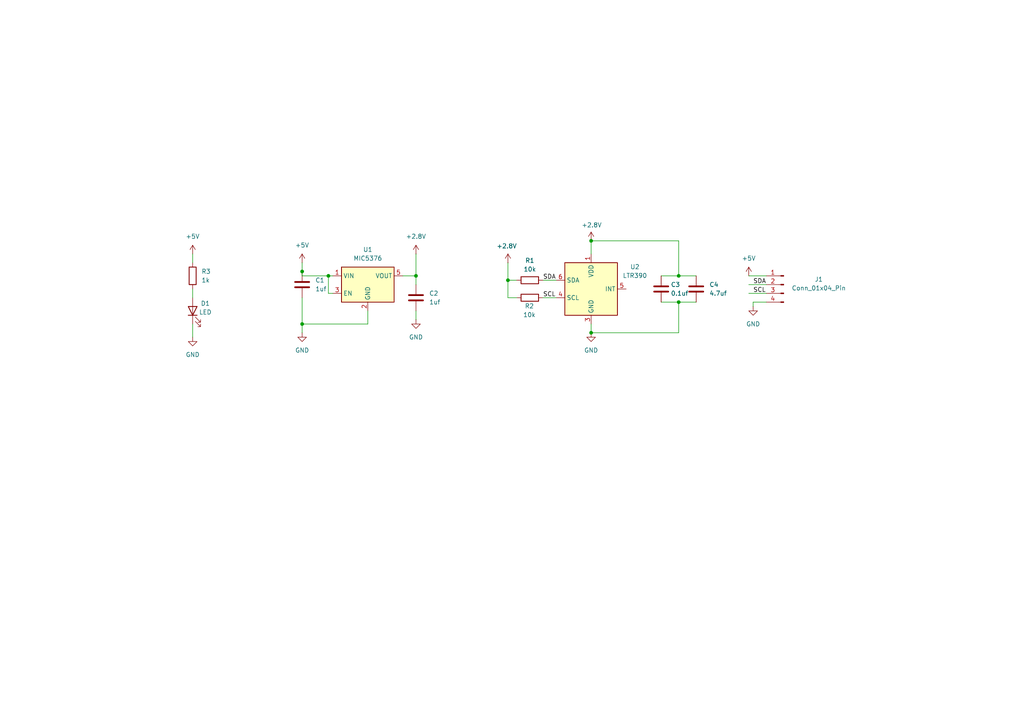
<source format=kicad_sch>
(kicad_sch (version 20250114) (generator "eeschema") (generator_version "9.0")
  (paper "A4")
  (lib_symbols
    (symbol "Connector:Conn_01x04_Pin" (pin_names (offset 1.016) (hide yes))
      (property "Reference" "J1" (at 15.24 1.524 0))
      (property "Value" "Conn_01x04_Pin" (at 15.24 -1.016 0))
      (symbol "Conn_01x04_Pin_1_1"
        (polyline (pts (xy 3.81 2.54) (xy 4.2164 2.54)) (stroke (width 0.1524)))
        (polyline (pts (xy 3.81 0) (xy 4.2164 0)) (stroke (width 0.1524)))
        (polyline (pts (xy 3.81 -2.54) (xy 4.2164 -2.54)) (stroke (width 0.1524)))
        (polyline (pts (xy 3.81 -5.08) (xy 4.2164 -5.08)) (stroke (width 0.1524)))
        (rectangle (start 4.2164 2.667) (end 5.08 2.413) (stroke (width 0.1524)) (fill (type outline)))
        (rectangle (start 4.2164 0.127) (end 5.08 -0.127) (stroke (width 0.1524)) (fill (type outline)))
        (rectangle (start 4.2164 -2.413) (end 5.08 -2.667) (stroke (width 0.1524)) (fill (type outline)))
        (rectangle (start 4.2164 -4.953) (end 5.08 -5.207) (stroke (width 0.1524)) (fill (type outline)))
        (pin passive line (at 0 2.54 0) (length 3.81) (name "Pin_1") (number "1"))
        (pin passive line (at 0 0 0) (length 3.81) (name "Pin_2") (number "2"))
        (pin passive line (at 0 -2.54 0) (length 3.81) (name "Pin_3") (number "3"))
        (pin passive line (at 0 -5.08 0) (length 3.81) (name "Pin_4") (number "4"))
      )
    )
    (symbol "Device:C" (pin_numbers (hide yes)) (pin_names (offset 0.254))
      (property "Reference" "C" (at 0.635 2.54 0))
      (property "Value" "C" (at 0.635 -2.54 0))
      (symbol "C_0_1"
        (polyline (pts (xy -2.032 0.762) (xy 2.032 0.762)) (stroke (width 0.508)))
        (polyline (pts (xy -2.032 -0.762) (xy 2.032 -0.762)) (stroke (width 0.508)))
      )
      (symbol "C_1_1"
        (pin passive line (at 0 3.81 270) (length 2.794) (name "~") (number "1"))
        (pin passive line (at 0 -3.81 90) (length 2.794) (name "~") (number "2"))
      )
    )
    (symbol "Device:LED" (pin_numbers (hide yes)) (pin_names (offset 1.016) (hide yes))
      (property "Reference" "D1" (at 3.048 1.524 0))
      (property "Value" "LED" (at 3.048 -1.016 0))
      (symbol "LED_0_1"
        (polyline (pts (xy -0.635 -1.905) (xy -0.635 0.635)))
        (polyline (pts (xy 0.127 -2.413) (xy 1.651 -3.937) (xy 1.651 -3.175) (xy 1.651 -3.937) (xy 0.889 -3.937)))
        (polyline (pts (xy 0.127 -3.683) (xy 1.651 -5.207) (xy 1.651 -4.445) (xy 1.651 -5.207) (xy 0.889 -5.207)))
        (polyline (pts (xy 0.635 0.635) (xy -1.905 0.635) (xy -0.635 -1.905) (xy 0.635 0.635)) (stroke (width 0.254)))
        (polyline (pts (xy 0.635 -1.905) (xy -1.905 -1.905)) (stroke (width 0.254)))
      )
      (symbol "LED_1_1"
        (pin passive line (at -0.635 3.175 270) (length 2.54) (name "A") (number "2"))
        (pin passive line (at -0.635 -4.445 90) (length 2.54) (name "K") (number "1"))
      )
    )
    (symbol "Device:R" (pin_numbers (hide yes)) (pin_names (offset 0))
      (property "Reference" "R1" (at 3.048 0.508 0))
      (property "Value" "R" (at 3.048 3.048 0))
      (symbol "R_0_1"
        (rectangle (start -0.635 -2.921) (end 4.445 -0.889) (stroke (width 0.254)))
      )
      (symbol "R_1_1"
        (pin passive line (at -1.905 -1.905 0) (length 1.27) (name "~") (number "2"))
        (pin passive line (at 5.715 -1.905 180) (length 1.27) (name "~") (number "1"))
      )
    )
    (symbol "R_1" (pin_numbers (hide yes)) (pin_names (offset 0))
      (property "Reference" "R2" (at 1.778 -4.318 0))
      (property "Value" "10k" (at 1.778 -6.858 0))
      (symbol "R_1_0_1"
        (rectangle (start -0.635 -2.921) (end 4.445 -0.889) (stroke (width 0.254)))
      )
      (symbol "R_1_1_1"
        (pin passive line (at -1.905 -1.905 0) (length 1.27) (name "~") (number "2"))
        (pin passive line (at 5.715 -1.905 180) (length 1.27) (name "~") (number "1"))
      )
    )
    (symbol "R_2" (pin_numbers (hide yes)) (pin_names (offset 0))
      (property "Reference" "R" (at 2.032 0 90))
      (property "Value" "R" (at 0 0 90))
      (symbol "R_2_0_1"
        (rectangle (start -1.016 -2.54) (end 1.016 2.54) (stroke (width 0.254)))
      )
      (symbol "R_2_1_1"
        (pin passive line (at 0 3.81 270) (length 1.27) (name "~") (number "1"))
        (pin passive line (at 0 -3.81 90) (length 1.27) (name "~") (number "2"))
      )
    )
    (symbol "Regulator_Linear:MIC5504-3.3YM5"
      (property "Reference" "U" (at -7.62 8.89 0))
      (property "Value" "MIC5504-3.3YM5" (at -7.62 6.35 0))
      (symbol "MIC5504-3.3YM5_0_1"
        (rectangle (start -7.62 -5.08) (end 7.62 5.08) (stroke (width 0.254)) (fill (type background)))
      )
      (symbol "MIC5504-3.3YM5_1_1"
        (pin power_in line (at -10.16 2.54 0) (length 2.54) (name "VIN") (number "1"))
        (pin input line (at -10.16 -2.54 0) (length 2.54) (name "EN") (number "3"))
        (pin power_in line (at 0 -7.62 90) (length 2.54) (name "GND") (number "2"))
        (pin no_connect line (at 7.62 -2.54 180) (length 2.54) (hide yes) (name "NC") (number "4"))
        (pin power_out line (at 10.16 2.54 180) (length 2.54) (name "VOUT") (number "5"))
      )
    )
    (symbol "Sensor_Optical:LTR-303ALS-01"
      (property "Reference" "U" (at -7.62 8.89 0))
      (property "Value" "LTR-303ALS-01" (at 1.27 8.89 0))
      (symbol "LTR-303ALS-01_0_1"
        (rectangle (start -7.62 7.62) (end 7.62 -7.62) (stroke (width 0.254)) (fill (type background)))
      )
      (symbol "LTR-303ALS-01_1_1"
        (pin bidirectional line (at -10.16 2.54 0) (length 2.54) (name "SDA") (number "6"))
        (pin input line (at -10.16 -2.54 0) (length 2.54) (name "SCL") (number "4"))
        (pin power_in line (at 0 10.16 270) (length 2.54) (name "VDD") (number "1"))
        (pin power_in line (at 0 -10.16 90) (length 2.54) (name "GND") (number "3"))
        (pin no_connect line (at 7.62 -2.54 180) (length 2.54) (hide yes) (name "NC") (number "2"))
        (pin open_collector line (at 10.16 0 180) (length 2.54) (name "INT") (number "5"))
      )
    )
    (symbol "power:+3V3" (power) (pin_numbers (hide yes)) (pin_names (offset 0) (hide yes))
      (property "Value" "+3V3" (at 0 3.556 0))
      (symbol "+3V3_0_1"
        (polyline (pts (xy -0.762 1.27) (xy 0 2.54)))
        (polyline (pts (xy 0 2.54) (xy 0.762 1.27)))
        (polyline (pts (xy 0 0) (xy 0 2.54)))
      )
      (symbol "+3V3_1_1"
        (pin power_in line (at 0 0 90) (length 0) (name "~") (number "1"))
      )
    )
    (symbol "power:+5V" (power) (pin_numbers (hide yes)) (pin_names (offset 0) (hide yes))
      (property "Value" "+5V" (at 0 3.556 0))
      (symbol "+5V_0_1"
        (polyline (pts (xy -0.762 1.27) (xy 0 2.54)))
        (polyline (pts (xy 0 2.54) (xy 0.762 1.27)))
        (polyline (pts (xy 0 0) (xy 0 2.54)))
      )
      (symbol "+5V_1_1"
        (pin power_in line (at 0 0 90) (length 0) (name "~") (number "1"))
      )
    )
    (symbol "power:GND" (power) (pin_numbers (hide yes)) (pin_names (offset 0) (hide yes))
      (property "Value" "GND" (at 0 -3.81 0))
      (symbol "GND_0_1"
        (polyline (pts (xy 0 0) (xy 0 -1.27) (xy 1.27 -1.27) (xy 0 -2.54) (xy -1.27 -1.27) (xy 0 -1.27)))
      )
      (symbol "GND_1_1"
        (pin power_in line (at 0 0 270) (length 0) (name "~") (number "1"))
      )
    )
  )
  (junction (at 196.85 80.01))
  (junction (at 171.45 96.52))
  (junction (at 87.63 93.98))
  (junction (at 196.85 87.63))
  (junction (at 147.32 81.28))
  (junction (at 120.65 80.01))
  (junction (at 95.25 80.01))
  (junction (at 171.45 69.85))
  (junction (at 87.63 78.74))
  (wire (pts (xy 120.65 90.17) (xy 120.65 92.71)))
  (wire (pts (xy 196.85 87.63) (xy 201.93 87.63)))
  (wire (pts (xy 116.84 80.01) (xy 120.65 80.01)))
  (wire (pts (xy 191.77 80.01) (xy 196.85 80.01)))
  (wire (pts (xy 147.32 81.28) (xy 147.32 76.2)))
  (wire (pts (xy 171.45 93.98) (xy 171.45 96.52)))
  (wire (pts (xy 196.85 96.52) (xy 196.85 87.63)))
  (wire (pts (xy 96.52 80.01) (xy 95.25 80.01)))
  (wire (pts (xy 149.86 81.28) (xy 147.32 81.28)))
  (wire (pts (xy 106.68 90.17) (xy 106.68 93.98)))
  (wire (pts (xy 217.17 80.01) (xy 222.25 80.01)))
  (wire (pts (xy 120.65 73.66) (xy 120.65 80.01)))
  (wire (pts (xy 171.45 69.85) (xy 196.85 69.85)))
  (wire (pts (xy 222.25 82.55) (xy 217.17 82.55)))
  (wire (pts (xy 55.88 73.66) (xy 55.88 76.2)))
  (wire (pts (xy 157.48 86.36) (xy 161.29 86.36)))
  (wire (pts (xy 157.48 81.28) (xy 161.29 81.28)))
  (wire (pts (xy 87.63 86.36) (xy 87.63 93.98)))
  (wire (pts (xy 95.25 80.01) (xy 87.63 80.01)))
  (wire (pts (xy 171.45 69.85) (xy 171.45 73.66)))
  (wire (pts (xy 171.45 96.52) (xy 196.85 96.52)))
  (wire (pts (xy 196.85 69.85) (xy 196.85 80.01)))
  (wire (pts (xy 196.85 80.01) (xy 201.93 80.01)))
  (wire (pts (xy 96.52 85.09) (xy 95.25 85.09)))
  (wire (pts (xy 87.63 76.2) (xy 87.63 78.74)))
  (wire (pts (xy 87.63 93.98) (xy 87.63 96.52)))
  (wire (pts (xy 120.65 80.01) (xy 120.65 82.55)))
  (wire (pts (xy 55.88 93.98) (xy 55.88 97.79)))
  (wire (pts (xy 191.77 87.63) (xy 196.85 87.63)))
  (wire (pts (xy 55.88 83.82) (xy 55.88 86.36)))
  (wire (pts (xy 106.68 93.98) (xy 87.63 93.98)))
  (wire (pts (xy 217.17 85.09) (xy 222.25 85.09)))
  (wire (pts (xy 147.32 86.36) (xy 147.32 81.28)))
  (wire (pts (xy 149.86 86.36) (xy 147.32 86.36)))
  (wire (pts (xy 218.44 87.63) (xy 218.44 88.9)))
  (wire (pts (xy 87.63 78.74) (xy 87.63 80.01)))
  (wire (pts (xy 95.25 85.09) (xy 95.25 80.01)))
  (wire (pts (xy 222.25 87.63) (xy 218.44 87.63)))
  (label "SDA" (at 157.48 81.28 0))
  (label "SDA" (at 218.44 82.55 0))
  (label "SCL" (at 157.48 86.36 0))
  (label "SCL" (at 218.44 85.09 0))
  (symbol (lib_id "power:+3V3") (at 120.65 73.66 0) (unit 1)
    (property "Reference" "#PWR02" (effects (hide yes)))
    (property "Value" "+2.8V" (at 120.65 68.58 0))
    (property "Description" "Power symbol creates a global label with name \"+3V3\"" (effects (hide yes)))
  )
  (symbol (lib_id "power:+5V") (at 217.17 80.01 0) (unit 1)
    (property "Reference" "#PWR011" (effects (hide yes)))
    (property "Value" "+5V" (at 217.17 74.93 0))
    (property "Description" "Power symbol creates a global label with name \"+5V\"" (effects (hide yes)))
  )
  (symbol (lib_id "power:+3V3") (at 171.45 69.85 0) (unit 1)
    (property "Reference" "#PWR07" (effects (hide yes)))
    (property "Value" "+2.8V" (at 168.656 65.278 0) (effects (justify left)))
    (property "Description" "Power symbol creates a global label with name \"+3V3\"" (effects (hide yes)))
  )
  (symbol (lib_id "Device:C") (at 191.77 83.82 0) (unit 1)
    (property "Reference" "C3" (at 194.564 82.55 0) (effects (justify left)))
    (property "Value" "0.1uf" (at 194.564 85.09 0) (effects (justify left)))
    (property "Footprint" "Capacitor_SMD:C_0805_2012Metric_Pad1.18x1.45mm_HandSolder" (effects (hide yes)))
    (property "Description" "Unpolarized capacitor" (effects (hide yes)))
  )
  (symbol (lib_id "power:GND") (at 120.65 92.71 0) (unit 1)
    (property "Reference" "#PWR04" (effects (hide yes)))
    (property "Value" "GND" (at 120.65 97.79 0))
    (property "Description" "Power symbol creates a global label with name \"GND\" , ground" (effects (hide yes)))
  )
  (symbol (lib_id "Sensor_Optical:LTR-303ALS-01") (at 171.45 83.82 0) (unit 1)
    (property "Reference" "U2" (at 184.15 77.3998 0))
    (property "Value" "LTR390" (at 184.15 79.9398 0))
    (property "Footprint" "OptoDevice:Lite-On_LTR-303ALS-01" (effects (hide yes)))
    (property "Datasheet" "https://optoelectronics.liteon.com/upload/download/DS86-2013-0004/LTR-303ALS-01_DS_V1.pdf" (effects (hide yes)))
    (property "Description" "ambient light sensor, i2c interface, 0.01 to 64k lux, 2.4-3.6V" (effects (hide yes)))
  )
  (symbol (lib_id "Device:R") (at 151.765 79.375 0) (unit 1)
    (property "Reference" "R1" (at 153.67 75.565 0))
    (property "Value" "10k" (at 153.67 78.105 0))
    (property "Footprint" "Resistor_SMD:R_0805_2012Metric_Pad1.20x1.40mm_HandSolder" (effects (hide yes)))
    (property "Description" "Resistor" (effects (hide yes)))
  )
  (symbol (lib_id "power:+5V") (at 87.63 76.2 0) (unit 1)
    (property "Reference" "#PWR03" (effects (hide yes)))
    (property "Value" "+5V" (at 87.63 71.12 0))
    (property "Description" "Power symbol creates a global label with name \"+5V\"" (effects (hide yes)))
  )
  (symbol (lib_id "power:+3V3") (at 55.88 73.66 0) (unit 1)
    (property "Reference" "#PWR09" (effects (hide yes)))
    (property "Value" "+5V" (at 55.88 68.58 0))
    (property "Description" "Power symbol creates a global label with name \"+3V3\"" (effects (hide yes)))
  )
  (symbol (lib_id "power:GND") (at 87.63 96.52 0) (unit 1)
    (property "Reference" "#PWR01" (effects (hide yes)))
    (property "Value" "GND" (at 87.63 101.6 0))
    (property "Description" "Power symbol creates a global label with name \"GND\" , ground" (effects (hide yes)))
  )
  (symbol (lib_id "Regulator_Linear:MIC5504-3.3YM5") (at 106.68 82.55 0) (unit 1)
    (property "Reference" "U1" (at 106.68 72.39 0))
    (property "Value" "MIC5376" (at 106.68 74.93 0))
    (property "Footprint" "Package_TO_SOT_SMD:SOT-23-5" (effects (hide yes)))
    (property "Datasheet" "http://ww1.microchip.com/downloads/en/DeviceDoc/MIC550X.pdf" (effects (hide yes)))
    (property "Description" "300mA Low-dropout Voltage Regulator, Vout 3.3V, Vin up to 5.5V, SOT-23" (effects (hide yes)))
  )
  (symbol (lib_name "R_2") (lib_id "Device:R") (at 55.88 80.01 0) (unit 1)
    (property "Reference" "R3" (at 58.42 78.7399 0) (effects (justify left)))
    (property "Value" "1k" (at 58.42 81.2799 0) (effects (justify left)))
    (property "Footprint" "Resistor_SMD:R_0805_2012Metric_Pad1.20x1.40mm_HandSolder" (effects (hide yes)))
    (property "Description" "Resistor" (effects (hide yes)))
  )
  (symbol (lib_id "Device:C") (at 120.65 86.36 0) (unit 1)
    (property "Reference" "C2" (at 124.46 85.0899 0) (effects (justify left)))
    (property "Value" "1uf" (at 124.46 87.6299 0) (effects (justify left)))
    (property "Footprint" "Capacitor_SMD:C_0805_2012Metric_Pad1.18x1.45mm_HandSolder" (effects (hide yes)))
    (property "Description" "Unpolarized capacitor" (effects (hide yes)))
  )
  (symbol (lib_id "power:GND") (at 171.45 96.52 0) (unit 1)
    (property "Reference" "#PWR06" (effects (hide yes)))
    (property "Value" "GND" (at 171.45 101.6 0))
    (property "Description" "Power symbol creates a global label with name \"GND\" , ground" (effects (hide yes)))
  )
  (symbol (lib_name "R_1") (lib_id "Device:R") (at 151.765 84.455 0) (unit 1)
    (property "Reference" "R2" (at 153.543 88.773 0))
    (property "Value" "10k" (at 153.543 91.313 0))
    (property "Footprint" "Resistor_SMD:R_0805_2012Metric_Pad1.20x1.40mm_HandSolder" (effects (hide yes)))
    (property "Description" "Resistor" (effects (hide yes)))
  )
  (symbol (lib_id "power:GND") (at 55.88 97.79 0) (unit 1)
    (property "Reference" "#PWR08" (effects (hide yes)))
    (property "Value" "GND" (at 55.88 102.87 0))
    (property "Description" "Power symbol creates a global label with name \"GND\" , ground" (effects (hide yes)))
  )
  (symbol (lib_id "Connector:Conn_01x04_Pin") (at 222.25 82.55 0) (unit 1)
    (property "Reference" "J1" (at 237.49 81.026 0))
    (property "Value" "Conn_01x04_Pin" (at 237.49 83.566 0))
    (property "Footprint" "Connector_PinSocket_2.54mm:PinSocket_1x04_P2.54mm_Vertical" (effects (hide yes)))
    (property "Description" "Generic connector, single row, 01x04, script generated" (effects (hide yes)))
  )
  (symbol (lib_id "Device:C") (at 201.93 83.82 0) (unit 1)
    (property "Reference" "C4" (at 205.74 82.5499 0) (effects (justify left)))
    (property "Value" "4.7uf" (at 205.74 85.0899 0) (effects (justify left)))
    (property "Footprint" "Capacitor_SMD:C_0805_2012Metric_Pad1.18x1.45mm_HandSolder" (effects (hide yes)))
    (property "Description" "Unpolarized capacitor" (effects (hide yes)))
  )
  (symbol (lib_id "Device:LED") (at 56.515 89.535 0) (unit 1)
    (property "Reference" "D1" (at 59.563 88.011 0))
    (property "Value" "LED" (at 59.563 90.551 0))
    (property "Footprint" "LED_SMD:LED_0805_2012Metric_Pad1.15x1.40mm_HandSolder" (effects (hide yes)))
    (property "Description" "Light emitting diode" (effects (hide yes)))
    (property "Sim.Pins" "1=K 2=A" (effects (hide yes)))
  )
  (symbol (lib_id "Device:C") (at 87.63 82.55 0) (unit 1)
    (property "Reference" "C1" (at 91.44 81.2799 0) (effects (justify left)))
    (property "Value" "1uf" (at 91.44 83.8199 0) (effects (justify left)))
    (property "Footprint" "Capacitor_SMD:C_0805_2012Metric_Pad1.18x1.45mm_HandSolder" (effects (hide yes)))
    (property "Description" "Unpolarized capacitor" (effects (hide yes)))
  )
  (symbol (lib_id "power:GND") (at 218.44 88.9 0) (unit 1)
    (property "Reference" "#PWR010" (effects (hide yes)))
    (property "Value" "GND" (at 218.44 93.98 0))
    (property "Description" "Power symbol creates a global label with name \"GND\" , ground" (effects (hide yes)))
  )
  (symbol (lib_id "power:+3V3") (at 147.32 76.2 0) (unit 1)
    (property "Reference" "#PWR05" (effects (hide yes)))
    (property "Value" "+2.8V" (at 144.018 71.374 0) (effects (justify left)))
    (property "Description" "Power symbol creates a global label with name \"+3V3\"" (effects (hide yes)))
  )
)
</source>
